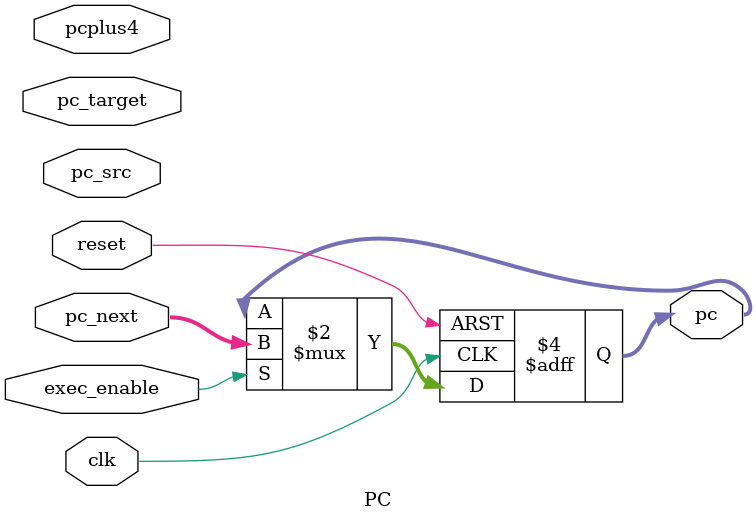
<source format=v>
`default_nettype none
module PC (
    input wire clk,
    input wire reset,
    input wire exec_enable,
    input wire pc_src,
    input wire [31:0] pc_next,
    input wire [31:0] pc_target,
    input wire [31:0] pcplus4,
    output reg [31:0] pc
);
    always @(posedge clk or posedge reset) begin
        if (reset)
            pc <= 32'b0;
        else if (exec_enable)
            pc <= pc_next;
    end
endmodule

</source>
